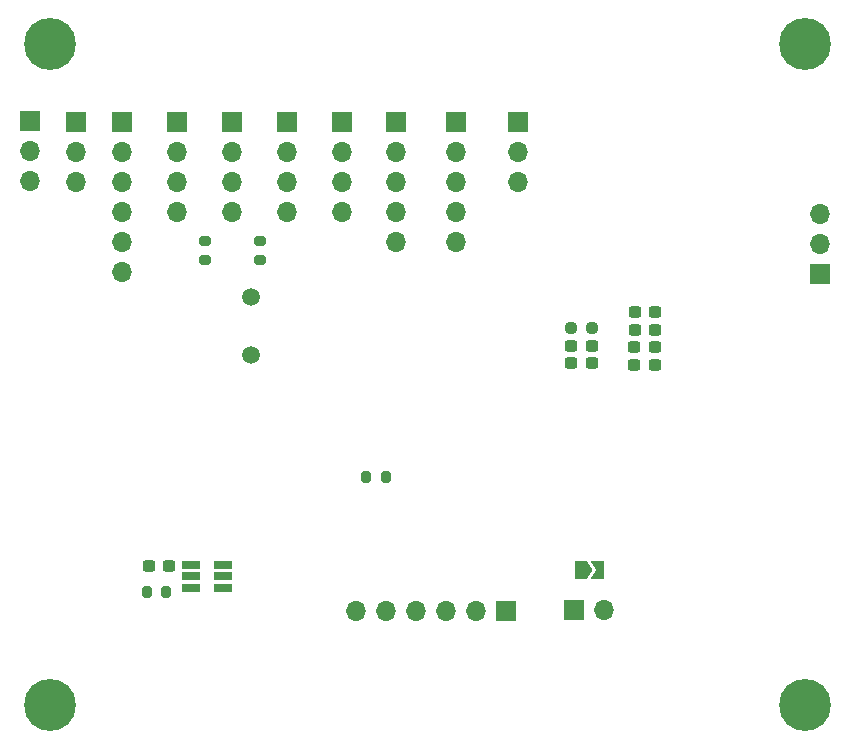
<source format=gbs>
G04 #@! TF.GenerationSoftware,KiCad,Pcbnew,(6.0.9)*
G04 #@! TF.CreationDate,2023-02-01T14:52:05+00:00*
G04 #@! TF.ProjectId,GroupProjectCustom,47726f75-7050-4726-9f6a-656374437573,rev?*
G04 #@! TF.SameCoordinates,Original*
G04 #@! TF.FileFunction,Soldermask,Bot*
G04 #@! TF.FilePolarity,Negative*
%FSLAX46Y46*%
G04 Gerber Fmt 4.6, Leading zero omitted, Abs format (unit mm)*
G04 Created by KiCad (PCBNEW (6.0.9)) date 2023-02-01 14:52:05*
%MOMM*%
%LPD*%
G01*
G04 APERTURE LIST*
G04 Aperture macros list*
%AMRoundRect*
0 Rectangle with rounded corners*
0 $1 Rounding radius*
0 $2 $3 $4 $5 $6 $7 $8 $9 X,Y pos of 4 corners*
0 Add a 4 corners polygon primitive as box body*
4,1,4,$2,$3,$4,$5,$6,$7,$8,$9,$2,$3,0*
0 Add four circle primitives for the rounded corners*
1,1,$1+$1,$2,$3*
1,1,$1+$1,$4,$5*
1,1,$1+$1,$6,$7*
1,1,$1+$1,$8,$9*
0 Add four rect primitives between the rounded corners*
20,1,$1+$1,$2,$3,$4,$5,0*
20,1,$1+$1,$4,$5,$6,$7,0*
20,1,$1+$1,$6,$7,$8,$9,0*
20,1,$1+$1,$8,$9,$2,$3,0*%
%AMFreePoly0*
4,1,6,1.000000,0.000000,0.500000,-0.750000,-0.500000,-0.750000,-0.500000,0.750000,0.500000,0.750000,1.000000,0.000000,1.000000,0.000000,$1*%
%AMFreePoly1*
4,1,6,0.500000,-0.750000,-0.650000,-0.750000,-0.150000,0.000000,-0.650000,0.750000,0.500000,0.750000,0.500000,-0.750000,0.500000,-0.750000,$1*%
G04 Aperture macros list end*
%ADD10RoundRect,0.200000X0.275000X-0.200000X0.275000X0.200000X-0.275000X0.200000X-0.275000X-0.200000X0*%
%ADD11R,1.700000X1.700000*%
%ADD12O,1.700000X1.700000*%
%ADD13C,0.700000*%
%ADD14C,4.400000*%
%ADD15C,1.500000*%
%ADD16RoundRect,0.237500X-0.300000X-0.237500X0.300000X-0.237500X0.300000X0.237500X-0.300000X0.237500X0*%
%ADD17R,1.560000X0.650000*%
%ADD18FreePoly0,0.000000*%
%ADD19FreePoly1,0.000000*%
%ADD20RoundRect,0.237500X-0.250000X-0.237500X0.250000X-0.237500X0.250000X0.237500X-0.250000X0.237500X0*%
%ADD21RoundRect,0.237500X0.300000X0.237500X-0.300000X0.237500X-0.300000X-0.237500X0.300000X-0.237500X0*%
%ADD22RoundRect,0.200000X-0.200000X-0.275000X0.200000X-0.275000X0.200000X0.275000X-0.200000X0.275000X0*%
G04 APERTURE END LIST*
D10*
X138800000Y-65925000D03*
X138800000Y-64275000D03*
X143400000Y-65925000D03*
X143400000Y-64275000D03*
D11*
X164230000Y-95610000D03*
D12*
X161690000Y-95610000D03*
X159150000Y-95610000D03*
X156610000Y-95610000D03*
X154070000Y-95610000D03*
X151530000Y-95610000D03*
D11*
X127820000Y-54195000D03*
D12*
X127820000Y-56735000D03*
X127820000Y-59275000D03*
D11*
X141080000Y-54210000D03*
D12*
X141080000Y-56750000D03*
X141080000Y-59290000D03*
X141080000Y-61830000D03*
D11*
X131700000Y-54210000D03*
D12*
X131700000Y-56750000D03*
X131700000Y-59290000D03*
X131700000Y-61830000D03*
X131700000Y-64370000D03*
X131700000Y-66910000D03*
D11*
X170025000Y-95540000D03*
D12*
X172565000Y-95540000D03*
D11*
X160050000Y-54210000D03*
D12*
X160050000Y-56750000D03*
X160050000Y-59290000D03*
X160050000Y-61830000D03*
X160050000Y-64370000D03*
D13*
X187950000Y-47610000D03*
X191250000Y-47610000D03*
D14*
X189600000Y-47610000D03*
D13*
X189600000Y-45960000D03*
X188433274Y-48776726D03*
X190766726Y-48776726D03*
X190766726Y-46443274D03*
X189600000Y-49260000D03*
X188433274Y-46443274D03*
D15*
X142670000Y-73960000D03*
X142670000Y-69080000D03*
D11*
X123970000Y-54175000D03*
D12*
X123970000Y-56715000D03*
X123970000Y-59255000D03*
D11*
X136430000Y-54210000D03*
D12*
X136430000Y-56750000D03*
X136430000Y-59290000D03*
X136430000Y-61830000D03*
D13*
X189600000Y-101960000D03*
X188433274Y-104776726D03*
X189600000Y-105260000D03*
X191250000Y-103610000D03*
X188433274Y-102443274D03*
X187950000Y-103610000D03*
X190766726Y-102443274D03*
X190766726Y-104776726D03*
D14*
X189600000Y-103610000D03*
D13*
X124433274Y-46443274D03*
D14*
X125600000Y-47610000D03*
D13*
X126766726Y-46443274D03*
X125600000Y-45960000D03*
X126766726Y-48776726D03*
X125600000Y-49260000D03*
X123950000Y-47610000D03*
X127250000Y-47610000D03*
X124433274Y-48776726D03*
D11*
X165250000Y-54210000D03*
D12*
X165250000Y-56750000D03*
X165250000Y-59290000D03*
D13*
X123950000Y-103610000D03*
X127250000Y-103610000D03*
D14*
X125600000Y-103610000D03*
D13*
X124433274Y-102443274D03*
X125600000Y-105260000D03*
X126766726Y-102443274D03*
X126766726Y-104776726D03*
X125600000Y-101960000D03*
X124433274Y-104776726D03*
D11*
X190800000Y-67135000D03*
D12*
X190800000Y-64595000D03*
X190800000Y-62055000D03*
D11*
X154900000Y-54210000D03*
D12*
X154900000Y-56750000D03*
X154900000Y-59290000D03*
X154900000Y-61830000D03*
X154900000Y-64370000D03*
D11*
X150380000Y-54210000D03*
D12*
X150380000Y-56750000D03*
X150380000Y-59290000D03*
X150380000Y-61830000D03*
D11*
X145730000Y-54210000D03*
D12*
X145730000Y-56750000D03*
X145730000Y-59290000D03*
X145730000Y-61830000D03*
D16*
X169777500Y-74660000D03*
X171502500Y-74660000D03*
X169777500Y-73160000D03*
X171502500Y-73160000D03*
X175115000Y-73310000D03*
X176840000Y-73310000D03*
D17*
X140300000Y-91760000D03*
X140300000Y-92710000D03*
X140300000Y-93660000D03*
X137600000Y-93660000D03*
X137600000Y-92710000D03*
X137600000Y-91760000D03*
D18*
X170555000Y-92160000D03*
D19*
X172005000Y-92160000D03*
D20*
X169727500Y-71660000D03*
X171552500Y-71660000D03*
D21*
X135712500Y-91810000D03*
X133987500Y-91810000D03*
D22*
X152425000Y-84310000D03*
X154075000Y-84310000D03*
X133825000Y-94010000D03*
X135475000Y-94010000D03*
D16*
X175115000Y-74810000D03*
X176840000Y-74810000D03*
X175127500Y-71810000D03*
X176852500Y-71810000D03*
X175127500Y-70310000D03*
X176852500Y-70310000D03*
M02*

</source>
